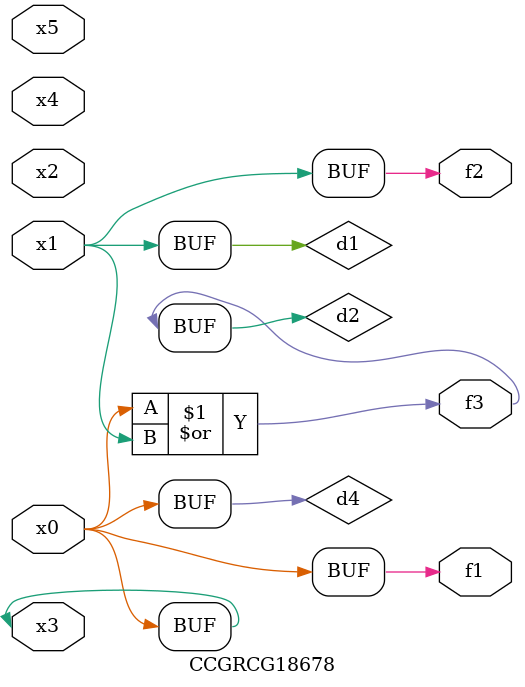
<source format=v>
module CCGRCG18678(
	input x0, x1, x2, x3, x4, x5,
	output f1, f2, f3
);

	wire d1, d2, d3, d4;

	and (d1, x1);
	or (d2, x0, x1);
	nand (d3, x0, x5);
	buf (d4, x0, x3);
	assign f1 = d4;
	assign f2 = d1;
	assign f3 = d2;
endmodule

</source>
